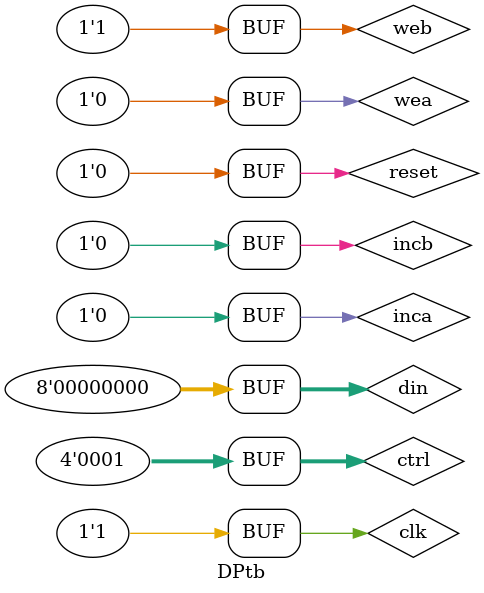
<source format=v>
`timescale 1ns / 1ps


module DPtb;

reg [7:0] din;
reg clk, inca, incb, wea, web, reset;
reg [3:0] ctrl;

DP DUT (.clk(clk), .din(din), .inca(inca), .incb(incb), .wea(wea), .web(web), .reset(reset));

always @ (ctrl)
    begin
    {inca, incb, wea, web} = ctrl; //set up so I can change all four at the same time
    end
    
always
begin
clk = 0;
reset = 1;
#5
clk = 1;
reset = 0;
#5
clk = 0;
ctrl = 4'b1010; //State 1
din = 8'b10001000;
#5
clk = 1;
#5
clk = 0;
ctrl = 4'b1010; //State 2
din = 8'b00000001;
#5
clk = 1;
#5
clk = 0;
ctrl = 4'b1010; //State 3
din = 8'b10101010;
#5
clk = 1;
#5
clk = 0;
ctrl = 4'b1010; //State 4
din = 8'b01010101;
#5
clk = 1;
#5
clk = 0;
ctrl = 4'b1010; //State 5
din = 8'b01101001;
#5
clk = 1;
#5
clk = 0;
ctrl = 4'b1010; //State 6
din = 8'b10010110;
#5
clk = 1;
#5
clk = 0;
ctrl = 4'b1010; //State 7
din = 8'b00101101;
#5
clk = 1;
#5
clk = 0;
ctrl = 4'b1010; //State 8
din = 8'b00000000;
#5
clk = 1;
#5
clk = 0;
ctrl = 4'b1000; //State 9
#5
clk = 1;
#5
clk = 0;
ctrl = 4'b1000; //State 10
#5
clk = 1;
#5
clk = 0;
ctrl = 4'b1001; //State 11
#5
clk = 1;
#5
clk = 0;
ctrl = 4'b1100; //State 12
#5
clk = 1;
#5
clk = 0;
ctrl = 4'b1001; //State 13
#5
clk = 1;
#5
clk = 0;
ctrl = 4'b1100; //State 14
#5
clk = 1;
#5
clk = 0;
ctrl = 4'b1001; //State 15
#5
clk = 1;
#5
clk = 0;
ctrl = 4'b1100; //State 16
#5
clk = 1;
#5
clk = 0;
ctrl = 4'b0001; //State 17
#5
clk = 1;
#5
clk = 0;
ctrl = 4'b0001; //State 18
#5
clk = 1;

end    
endmodule

</source>
